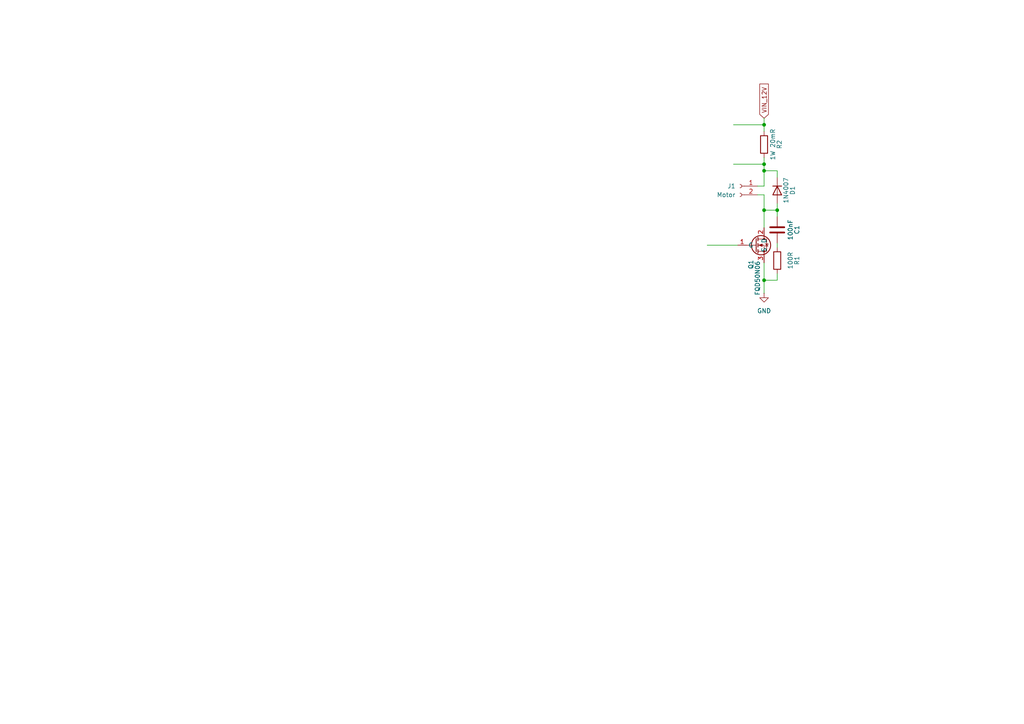
<source format=kicad_sch>
(kicad_sch (version 20231120) (generator "eeschema") (generator_version "8.0")
  (paper "A4")
  (title_block (title "CH32V003 PWM Motor Driver") (date "2024-07-18") (rev "Mk1") (company "ADBeta") (comment 1 "5A Current Limit "))
  (lib_symbols
    (symbol "Connector:Conn_01x02_Socket" (pin_names (offset 1.016) hide)
      (property "Reference" "J" (at 0 2.54 0))
      (property "Value" "Conn_01x02_Socket" (at 0 -5.08 0))
      (symbol "Conn_01x02_Socket_1_1"
        (arc (start 0 -2.032) (mid -0.5058 -2.54) (end 0 -3.048) (stroke (width 0.1524)))
        (polyline (pts (xy -1.27 -2.54) (xy -0.508 -2.54)) (stroke (width 0.1524)))
        (polyline (pts (xy -1.27 0) (xy -0.508 0)) (stroke (width 0.1524)))
        (arc (start 0 0.508) (mid -0.5058 0) (end 0 -0.508) (stroke (width 0.1524)))
        (pin passive line (at -5.08 0 0) (length 3.81) (name "Pin_1") (number "1"))
        (pin passive line (at -5.08 -2.54 0) (length 3.81) (name "Pin_2") (number "2"))
      )
    )
    (symbol "Device:C" (pin_numbers hide) (pin_names (offset 0.254))
      (property "Reference" "C" (at 0.635 2.54 0))
      (property "Value" "C" (at 0.635 -2.54 0))
      (symbol "C_0_1"
        (polyline (pts (xy -2.032 -0.762) (xy 2.032 -0.762)) (stroke (width 0.508)))
        (polyline (pts (xy -2.032 0.762) (xy 2.032 0.762)) (stroke (width 0.508)))
      )
      (symbol "C_1_1"
        (pin passive line (at 0 3.81 270) (length 2.794) (name "~") (number "1"))
        (pin passive line (at 0 -3.81 90) (length 2.794) (name "~") (number "2"))
      )
    )
    (symbol "Device:D" (pin_numbers hide) (pin_names (offset 1.016) hide)
      (property "Reference" "D" (at 0 2.54 0))
      (property "Value" "D" (at 0 -2.54 0))
      (symbol "D_0_1"
        (polyline (pts (xy -1.27 1.27) (xy -1.27 -1.27)) (stroke (width 0.254)))
        (polyline (pts (xy 1.27 0) (xy -1.27 0)))
        (polyline (pts (xy 1.27 1.27) (xy 1.27 -1.27) (xy -1.27 0) (xy 1.27 1.27)) (stroke (width 0.254)))
      )
      (symbol "D_1_1"
        (pin passive line (at -3.81 0 0) (length 2.54) (name "K") (number "1"))
        (pin passive line (at 3.81 0 180) (length 2.54) (name "A") (number "2"))
      )
    )
    (symbol "Device:R" (pin_numbers hide) (pin_names (offset 0))
      (property "Reference" "R" (at 2.032 0 90))
      (property "Value" "R" (at 0 0 90))
      (symbol "R_0_1"
        (rectangle (start -1.016 -2.54) (end 1.016 2.54) (stroke (width 0.254)))
      )
      (symbol "R_1_1"
        (pin passive line (at 0 3.81 270) (length 1.27) (name "~") (number "1"))
        (pin passive line (at 0 -3.81 90) (length 1.27) (name "~") (number "2"))
      )
    )
    (symbol "FQD50N06:FQD50N06"
      (property "Reference" "Q" (at 5.715 -3.175 0))
      (property "Value" "FQD50N06" (at -0.635 0 0))
      (symbol "FQD50N06_0_1"
        (polyline (pts (xy 1.524 0) (xy -1.27 0)))
        (polyline (pts (xy 1.524 1.905) (xy 1.524 -1.905)) (stroke (width 0.254)))
        (polyline (pts (xy 2.032 -1.27) (xy 2.032 -2.286)) (stroke (width 0.254)))
        (polyline (pts (xy 2.032 0.508) (xy 2.032 -0.508)) (stroke (width 0.254)))
        (polyline (pts (xy 2.032 2.286) (xy 2.032 1.27)) (stroke (width 0.254)))
        (polyline (pts (xy 3.81 2.54) (xy 3.81 1.778)))
        (polyline (pts (xy 3.81 -2.54) (xy 3.81 0) (xy 2.032 0)))
        (polyline (pts (xy 2.032 -1.778) (xy 4.572 -1.778) (xy 4.572 1.778) (xy 2.032 1.778)))
        (polyline (pts (xy 2.286 0) (xy 3.302 0.381) (xy 3.302 -0.381) (xy 2.286 0)) (fill (type outline)))
        (polyline (pts (xy 4.064 0.508) (xy 4.191 0.381) (xy 4.953 0.381) (xy 5.08 0.254)))
        (polyline (pts (xy 4.572 0.381) (xy 4.191 -0.254) (xy 4.953 -0.254) (xy 4.572 0.381)))
        (circle (center 2.921 0) (radius 2.794) (stroke (width 0.254)))
        (circle (center 3.81 -1.778) (radius 0.254) (fill (type outline)))
        (circle (center 3.81 1.778) (radius 0.254) (fill (type outline)))
      )
      (symbol "FQD50N06_1_1"
        (pin input line (at -3.81 0 0) (length 2.54) (name "G") (number "1"))
        (pin passive line (at 3.81 5.08 270) (length 2.54) (name "D") (number "2"))
        (pin passive line (at 3.81 -5.08 90) (length 2.54) (name "S") (number "3"))
      )
    )
    (symbol "power:GND" (power) (pin_numbers hide) (pin_names (offset 0) hide)
      (property "Value" "GND" (at 0 -3.81 0))
      (symbol "GND_0_1"
        (polyline (pts (xy 0 0) (xy 0 -1.27) (xy 1.27 -1.27) (xy 0 -2.54) (xy -1.27 -1.27) (xy 0 -1.27)))
      )
      (symbol "GND_1_1"
        (pin power_in line (at 0 0 270) (length 0) (name "~") (number "1"))
      )
    )
  )
  (junction (at 221.615 36.195))
  (junction (at 221.615 49.53))
  (junction (at 221.615 47.625))
  (junction (at 221.615 81.28))
  (junction (at 225.425 60.96))
  (junction (at 221.615 60.96))
  (wire (pts (xy 219.71 56.515) (xy 221.615 56.515)))
  (wire (pts (xy 221.615 56.515) (xy 221.615 60.96)))
  (wire (pts (xy 225.425 81.28) (xy 221.615 81.28)))
  (wire (pts (xy 225.425 79.375) (xy 225.425 81.28)))
  (wire (pts (xy 219.71 53.975) (xy 221.615 53.975)))
  (wire (pts (xy 221.615 81.28) (xy 221.615 85.09)))
  (wire (pts (xy 221.615 34.29) (xy 221.615 36.195)))
  (wire (pts (xy 221.615 47.625) (xy 221.615 49.53)))
  (wire (pts (xy 221.615 45.72) (xy 221.615 47.625)))
  (wire (pts (xy 221.615 36.195) (xy 212.725 36.195)))
  (wire (pts (xy 225.425 60.96) (xy 221.615 60.96)))
  (wire (pts (xy 225.425 70.485) (xy 225.425 71.755)))
  (wire (pts (xy 205.105 71.12) (xy 213.995 71.12)))
  (wire (pts (xy 221.615 36.195) (xy 221.615 38.1)))
  (wire (pts (xy 221.615 49.53) (xy 225.425 49.53)))
  (wire (pts (xy 225.425 62.865) (xy 225.425 60.96)))
  (wire (pts (xy 221.615 49.53) (xy 221.615 53.975)))
  (wire (pts (xy 221.615 60.96) (xy 221.615 66.04)))
  (wire (pts (xy 225.425 59.055) (xy 225.425 60.96)))
  (wire (pts (xy 212.725 47.625) (xy 221.615 47.625)))
  (wire (pts (xy 225.425 51.435) (xy 225.425 49.53)))
  (wire (pts (xy 221.615 76.2) (xy 221.615 81.28)))
  (global_label "VIN_12V" (shape input) (at 221.615 34.29 90) (property "Intersheetrefs" "${INTERSHEET_REFS}" (effects (hide yes))))
  (symbol (lib_id "Device:C") (at 225.425 66.675 0) (unit 1)
    (property "Reference" "C1" (at 231.14 66.675 90))
    (property "Value" "100nF" (at 229.235 66.675 90))
    (property "Description" "Unpolarized capacitor" (effects (hide yes)))
  )
  (symbol (lib_id "Device:R") (at 221.615 41.91 0) (unit 1)
    (property "Reference" "R2" (at 226.06 41.91 90))
    (property "Value" "1W 20mR" (at 224.155 41.91 90))
    (property "Description" "Resistor" (effects (hide yes)))
  )
  (symbol (lib_id "Device:D") (at 225.425 55.245 270) (unit 1)
    (property "Reference" "D1" (at 229.87 55.245 0))
    (property "Value" "1N4007" (at 227.965 55.245 0))
    (property "Description" "Diode" (effects (hide yes)))
    (property "Sim.Device" "D" (effects (hide yes)))
    (property "Sim.Pins" "1=K 2=A" (effects (hide yes)))
  )
  (symbol (lib_id "Connector:Conn_01x02_Socket") (at 214.63 53.975 0) (mirror y) (unit 1)
    (property "Reference" "J1" (at 213.36 53.9749 0) (effects (justify left)))
    (property "Value" "Motor" (at 213.36 56.5149 0) (effects (justify left)))
    (property "Description" "Generic connector, single row, 01x02, script generated" (effects (hide yes)))
  )
  (symbol (lib_id "FQD50N06:FQD50N06") (at 217.805 71.12 0) (unit 1)
    (property "Reference" "Q1" (at 217.805 78.105 90) (effects (justify left)))
    (property "Value" "FQD50N06" (at 219.71 85.725 90) (effects (justify left)))
    (property "Footprint" "Package_TO_SOT_SMD:TO-252-2" (effects (hide yes)))
    (property "Datasheet" "https://www.sunrom.com/download/860.pdf" (effects (hide yes)))
    (property "Description" "60V 50A N-Channel Mosfet. 12mOhm RDSon" (effects (hide yes)))
  )
  (symbol (lib_id "Device:R") (at 225.425 75.565 0) (unit 1)
    (property "Reference" "R1" (at 231.14 75.565 90))
    (property "Value" "100R" (at 229.235 75.565 90))
    (property "Description" "Resistor" (effects (hide yes)))
  )
  (symbol (lib_id "power:GND") (at 221.615 85.09 0) (unit 1)
    (property "Reference" "#PWR01" (effects (hide yes)))
    (property "Value" "GND" (at 221.615 90.17 0))
    (property "Description" "Power symbol creates a global label with name \"GND\" , ground" (effects (hide yes)))
  )
)
</source>
